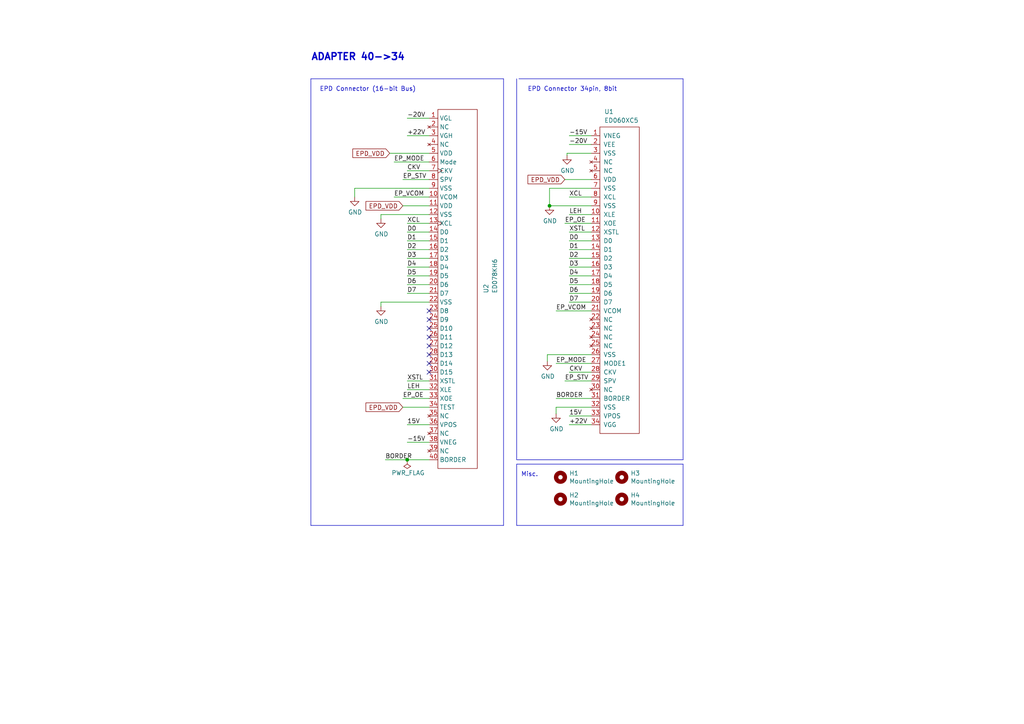
<source format=kicad_sch>
(kicad_sch (version 20230121) (generator eeschema)
  (paper "A4")
  (title_block (title "33 pin 097 to 34 pin 060 adapter") (date "2023-10-21") (rev "1.0") (company "FASANI CORP."))
  (lib_symbols
    (symbol "Mechanical:MountingHole" (pin_names (offset 1.016))
      (property "Reference" "H" (at 0 5.08 0))
      (property "Value" "MountingHole" (at 0 3.175 0))
      (symbol "MountingHole_0_1"
        (circle (center 0 0) (radius 1.27) (stroke (width 1.27)))
      )
    )
    (symbol "epd_breakout:ED060XC5" (pin_names (offset 1.016))
      (property "Reference" "U" (at 1.27 46.99 0))
      (property "Value" "ED060XC5" (at 3.81 49.53 0))
      (symbol "ED060XC5_0_1"
        (rectangle (start 13.97 -44.45) (end 2.54 44.45))
      )
      (symbol "ED060XC5_1_1"
        (pin power_in line (at 0 41.91 0) (length 2.54) (name "VNEG") (number "1"))
        (pin input line (at 0 19.05 0) (length 2.54) (name "XLE") (number "10"))
        (pin input line (at 0 16.51 0) (length 2.54) (name "XOE") (number "11"))
        (pin input line (at 0 13.97 0) (length 2.54) (name "XSTL") (number "12"))
        (pin input line (at 0 11.43 0) (length 2.54) (name "D0") (number "13"))
        (pin input line (at 0 8.89 0) (length 2.54) (name "D1") (number "14"))
        (pin input line (at 0 6.35 0) (length 2.54) (name "D2") (number "15"))
        (pin input line (at 0 3.81 0) (length 2.54) (name "D3") (number "16"))
        (pin input line (at 0 1.27 0) (length 2.54) (name "D4") (number "17"))
        (pin input line (at 0 -1.27 0) (length 2.54) (name "D5") (number "18"))
        (pin input line (at 0 -3.81 0) (length 2.54) (name "D6") (number "19"))
        (pin power_in line (at 0 39.37 0) (length 2.54) (name "VEE") (number "2"))
        (pin input line (at 0 -6.35 0) (length 2.54) (name "D7") (number "20"))
        (pin power_in line (at 0 -8.89 0) (length 2.54) (name "VCOM") (number "21"))
        (pin no_connect line (at 0 -11.43 0) (length 2.54) (name "NC") (number "22"))
        (pin no_connect line (at 0 -13.97 0) (length 2.54) (name "NC") (number "23"))
        (pin no_connect line (at 0 -16.51 0) (length 2.54) (name "NC") (number "24"))
        (pin no_connect line (at 0 -19.05 0) (length 2.54) (name "NC") (number "25"))
        (pin power_in line (at 0 -21.59 0) (length 2.54) (name "VSS") (number "26"))
        (pin input line (at 0 -24.13 0) (length 2.54) (name "MODE1") (number "27"))
        (pin input line (at 0 -26.67 0) (length 2.54) (name "CKV") (number "28"))
        (pin input line (at 0 -29.21 0) (length 2.54) (name "SPV") (number "29"))
        (pin power_in line (at 0 36.83 0) (length 2.54) (name "VSS") (number "3"))
        (pin no_connect line (at 0 -31.75 0) (length 2.54) (name "NC") (number "30"))
        (pin power_in line (at 0 -34.29 0) (length 2.54) (name "BORDER") (number "31"))
        (pin power_in line (at 0 -36.83 0) (length 2.54) (name "VSS") (number "32"))
        (pin power_in line (at 0 -39.37 0) (length 2.54) (name "VPOS") (number "33"))
        (pin power_in line (at 0 -41.91 0) (length 2.54) (name "VGG") (number "34"))
        (pin no_connect line (at 0 34.29 0) (length 2.54) (name "NC") (number "4"))
        (pin no_connect line (at 0 31.75 0) (length 2.54) (name "NC") (number "5"))
        (pin power_in line (at 0 29.21 0) (length 2.54) (name "VDD") (number "6"))
        (pin power_in line (at 0 26.67 0) (length 2.54) (name "VSS") (number "7"))
        (pin input line (at 0 24.13 0) (length 2.54) (name "XCL") (number "8"))
        (pin power_in line (at 0 21.59 0) (length 2.54) (name "VSS") (number "9"))
      )
    )
    (symbol "epdiy:ED078KH6"
      (property "Reference" "U" (at 5.08 -104.14 0))
      (property "Value" "ED078KH6" (at 7.62 3.81 0))
      (symbol "ED078KH6_0_0"
        (pin power_in line (at 0 0 0) (length 2.54) (name "VGL") (number "1"))
        (pin power_in line (at 0 -22.86 0) (length 2.54) (name "VCOM") (number "10"))
        (pin power_in line (at 0 -25.4 0) (length 2.54) (name "VDD") (number "11"))
        (pin power_in line (at 0 -27.94 0) (length 2.54) (name "VSS") (number "12"))
        (pin input clock (at 0 -30.48 0) (length 2.54) (name "XCL") (number "13"))
        (pin input line (at 0 -33.02 0) (length 2.54) (name "D0") (number "14"))
        (pin input line (at 0 -35.56 0) (length 2.54) (name "D1") (number "15"))
        (pin input line (at 0 -38.1 0) (length 2.54) (name "D2") (number "16"))
        (pin input line (at 0 -40.64 0) (length 2.54) (name "D3") (number "17"))
        (pin input line (at 0 -43.18 0) (length 2.54) (name "D4") (number "18"))
        (pin input line (at 0 -45.72 0) (length 2.54) (name "D5") (number "19"))
        (pin no_connect line (at 0 -2.54 0) (length 2.54) (name "NC") (number "2"))
        (pin input line (at 0 -48.26 0) (length 2.54) (name "D6") (number "20"))
        (pin input line (at 0 -50.8 0) (length 2.54) (name "D7") (number "21"))
        (pin power_in line (at 0 -53.34 0) (length 2.54) (name "VSS") (number "22"))
        (pin input line (at 0 -55.88 0) (length 2.54) (name "D8") (number "23"))
        (pin input line (at 0 -58.42 0) (length 2.54) (name "D9") (number "24"))
        (pin input line (at 0 -60.96 0) (length 2.54) (name "D10") (number "25"))
        (pin input line (at 0 -63.5 0) (length 2.54) (name "D11") (number "26"))
        (pin input line (at 0 -66.04 0) (length 2.54) (name "D12") (number "27"))
        (pin input line (at 0 -68.58 0) (length 2.54) (name "D13") (number "28"))
        (pin input line (at 0 -71.12 0) (length 2.54) (name "D14") (number "29"))
        (pin power_in line (at 0 -5.08 0) (length 2.54) (name "VGH") (number "3"))
        (pin input line (at 0 -73.66 0) (length 2.54) (name "D15") (number "30"))
        (pin input line (at 0 -76.2 0) (length 2.54) (name "XSTL") (number "31"))
        (pin input line (at 0 -78.74 0) (length 2.54) (name "XLE") (number "32"))
        (pin input line (at 0 -81.28 0) (length 2.54) (name "XOE") (number "33"))
        (pin input line (at 0 -83.82 0) (length 2.54) (name "TEST") (number "34"))
        (pin no_connect line (at 0 -86.36 0) (length 2.54) (name "NC") (number "35"))
        (pin power_in line (at 0 -88.9 0) (length 2.54) (name "VPOS") (number "36"))
        (pin no_connect line (at 0 -91.44 0) (length 2.54) (name "NC") (number "37"))
        (pin power_in line (at 0 -93.98 0) (length 2.54) (name "VNEG") (number "38"))
        (pin no_connect line (at 0 -96.52 0) (length 2.54) (name "NC") (number "39"))
        (pin no_connect line (at 0 -7.62 0) (length 2.54) (name "NC") (number "4"))
        (pin power_in line (at 0 -99.06 0) (length 2.54) (name "BORDER") (number "40"))
        (pin power_in line (at 0 -10.16 0) (length 2.54) (name "VDD") (number "5"))
        (pin input line (at 0 -12.7 0) (length 2.54) (name "Mode") (number "6"))
        (pin input clock (at 0 -15.24 0) (length 2.54) (name "CKV") (number "7"))
        (pin input line (at 0 -17.78 0) (length 2.54) (name "SPV") (number "8"))
        (pin power_in line (at 0 -20.32 0) (length 2.54) (name "VSS") (number "9"))
      )
      (symbol "ED078KH6_0_1"
        (rectangle (start 2.54 2.54) (end 13.97 -101.6) (stroke (width 0.1524)))
      )
    )
    (symbol "power:GND" (power) (pin_names (offset 0))
      (property "Value" "GND" (at 0 -3.81 0))
      (symbol "GND_0_1"
        (polyline (pts (xy 0 0) (xy 0 -1.27) (xy 1.27 -1.27) (xy 0 -2.54) (xy -1.27 -1.27) (xy 0 -1.27)))
      )
      (symbol "GND_1_1"
        (pin power_in line (at 0 0 270) (length 0) hide (name "GND") (number "1"))
      )
    )
    (symbol "power:PWR_FLAG" (power) (pin_numbers hide) (pin_names (offset 0) hide)
      (property "Value" "PWR_FLAG" (at 0 3.81 0))
      (symbol "PWR_FLAG_0_0"
        (pin power_out line (at 0 0 90) (length 0) (name "pwr") (number "1"))
      )
      (symbol "PWR_FLAG_0_1"
        (polyline (pts (xy 0 0) (xy 0 1.27) (xy -1.016 1.905) (xy 0 2.54) (xy 1.016 1.905) (xy 0 1.27)))
      )
    )
  )
  (junction (at 159.385 59.69))
  (junction (at 118.11 133.35))
  (no_connect (at 124.46 100.33))
  (no_connect (at 124.46 107.95))
  (no_connect (at 124.46 90.17))
  (no_connect (at 124.46 97.79))
  (no_connect (at 124.46 102.87))
  (no_connect (at 124.46 105.41))
  (no_connect (at 124.46 95.25))
  (no_connect (at 124.46 92.71))
  (wire (pts (xy 110.49 62.23) (xy 124.46 62.23)))
  (wire (pts (xy 165.1 69.85) (xy 171.45 69.85)))
  (wire (pts (xy 102.87 54.61) (xy 102.87 57.15)))
  (wire (pts (xy 124.46 128.27) (xy 118.11 128.27)))
  (wire (pts (xy 165.1 77.47) (xy 171.45 77.47)))
  (wire (pts (xy 118.11 49.53) (xy 124.46 49.53)))
  (wire (pts (xy 171.45 44.45) (xy 164.465 44.45)))
  (wire (pts (xy 118.11 82.55) (xy 124.46 82.55)))
  (wire (pts (xy 171.45 102.87) (xy 158.75 102.87)))
  (polyline (pts (xy 198.12 22.86) (xy 198.12 133.35)))
  (wire (pts (xy 165.1 72.39) (xy 171.45 72.39)))
  (wire (pts (xy 165.1 85.09) (xy 171.45 85.09)))
  (polyline (pts (xy 90.17 152.4) (xy 90.17 22.86)))
  (wire (pts (xy 165.1 107.95) (xy 171.45 107.95)))
  (wire (pts (xy 116.84 118.11) (xy 124.46 118.11)))
  (wire (pts (xy 118.11 123.19) (xy 124.46 123.19)))
  (polyline (pts (xy 149.86 22.86) (xy 149.86 133.35)))
  (polyline (pts (xy 198.12 152.4) (xy 149.86 152.4)))
  (wire (pts (xy 118.11 64.77) (xy 124.46 64.77)))
  (polyline (pts (xy 146.05 22.86) (xy 146.05 152.4)))
  (polyline (pts (xy 198.12 133.35) (xy 149.86 133.35)))
  (wire (pts (xy 118.11 67.31) (xy 124.46 67.31)))
  (wire (pts (xy 113.03 44.45) (xy 124.46 44.45)))
  (wire (pts (xy 163.83 52.07) (xy 171.45 52.07)))
  (wire (pts (xy 161.29 118.11) (xy 161.29 120.015)))
  (wire (pts (xy 165.1 80.01) (xy 171.45 80.01)))
  (polyline (pts (xy 150.495 22.86) (xy 198.12 22.86)))
  (wire (pts (xy 161.29 90.17) (xy 171.45 90.17)))
  (wire (pts (xy 161.29 115.57) (xy 171.45 115.57)))
  (wire (pts (xy 118.11 85.09) (xy 124.46 85.09)))
  (polyline (pts (xy 90.17 22.86) (xy 146.05 22.86)))
  (wire (pts (xy 111.76 133.35) (xy 118.11 133.35)))
  (wire (pts (xy 165.1 87.63) (xy 171.45 87.63)))
  (wire (pts (xy 118.11 113.03) (xy 124.46 113.03)))
  (wire (pts (xy 165.1 120.65) (xy 171.45 120.65)))
  (wire (pts (xy 165.1 57.15) (xy 171.45 57.15)))
  (wire (pts (xy 118.11 77.47) (xy 124.46 77.47)))
  (wire (pts (xy 102.87 54.61) (xy 124.46 54.61)))
  (wire (pts (xy 110.49 87.63) (xy 124.46 87.63)))
  (wire (pts (xy 163.83 64.77) (xy 171.45 64.77)))
  (wire (pts (xy 164.465 44.45) (xy 164.465 45.085)))
  (wire (pts (xy 158.75 102.87) (xy 158.75 104.775)))
  (wire (pts (xy 165.1 62.23) (xy 171.45 62.23)))
  (wire (pts (xy 114.3 57.15) (xy 124.46 57.15)))
  (polyline (pts (xy 149.86 134.62) (xy 149.86 152.4)))
  (wire (pts (xy 110.49 63.5) (xy 110.49 62.23)))
  (wire (pts (xy 118.11 110.49) (xy 124.46 110.49)))
  (wire (pts (xy 118.11 72.39) (xy 124.46 72.39)))
  (wire (pts (xy 163.83 110.49) (xy 171.45 110.49)))
  (wire (pts (xy 165.1 67.31) (xy 171.45 67.31)))
  (wire (pts (xy 165.1 82.55) (xy 171.45 82.55)))
  (wire (pts (xy 165.1 41.91) (xy 171.45 41.91)))
  (wire (pts (xy 118.11 133.35) (xy 124.46 133.35)))
  (wire (pts (xy 171.45 118.11) (xy 161.29 118.11)))
  (wire (pts (xy 171.45 39.37) (xy 165.1 39.37)))
  (polyline (pts (xy 149.86 134.62) (xy 198.12 134.62)))
  (wire (pts (xy 159.385 59.69) (xy 159.385 54.61)))
  (wire (pts (xy 116.84 115.57) (xy 124.46 115.57)))
  (wire (pts (xy 116.84 59.69) (xy 124.46 59.69)))
  (wire (pts (xy 161.29 105.41) (xy 171.45 105.41)))
  (wire (pts (xy 118.11 39.37) (xy 124.46 39.37)))
  (wire (pts (xy 114.3 46.99) (xy 124.46 46.99)))
  (wire (pts (xy 118.11 80.01) (xy 124.46 80.01)))
  (wire (pts (xy 118.11 69.85) (xy 124.46 69.85)))
  (wire (pts (xy 110.49 88.9) (xy 110.49 87.63)))
  (wire (pts (xy 118.11 74.93) (xy 124.46 74.93)))
  (wire (pts (xy 159.385 59.69) (xy 171.45 59.69)))
  (wire (pts (xy 118.11 34.29) (xy 124.46 34.29)))
  (wire (pts (xy 165.1 74.93) (xy 171.45 74.93)))
  (wire (pts (xy 165.1 123.19) (xy 171.45 123.19)))
  (wire (pts (xy 116.84 52.07) (xy 124.46 52.07)))
  (polyline (pts (xy 146.05 152.4) (xy 90.17 152.4)))
  (polyline (pts (xy 198.12 134.62) (xy 198.12 152.4)))
  (wire (pts (xy 159.385 54.61) (xy 171.45 54.61)))
  (text "Misc." (at 151.13 138.43 0) (effects (font (size 1.27 1.27)) (justify left bottom)))
  (text "EPD Connector 34pin, 8bit" (at 153.035 26.67 0) (effects (font (size 1.27 1.27)) (justify left bottom)))
  (text "ADAPTER 40->34" (at 90.17 17.78 0) (effects (font (size 2 2) (thickness 0.4) bold) (justify left bottom)))
  (text "EPD Connector (16-bit Bus)" (at 92.71 26.67 0) (effects (font (size 1.27 1.27)) (justify left bottom)))
  (label "D2" (at 118.11 72.39 0))
  (label "D6" (at 165.1 85.09 0))
  (label "EP_MODE" (at 161.29 105.41 0))
  (label "+22V" (at 118.11 39.37 0))
  (label "EP_MODE" (at 114.3 46.99 0))
  (label "D4" (at 165.1 80.01 0))
  (label "BORDER" (at 111.76 133.35 0))
  (label "XSTL" (at 118.11 110.49 0))
  (label "-15V" (at 165.1 39.37 0))
  (label "D0" (at 118.11 67.31 0))
  (label "15V" (at 165.1 120.65 0))
  (label "D5" (at 118.11 80.01 0))
  (label "D7" (at 118.11 85.09 0))
  (label "XCL" (at 118.11 64.77 0))
  (label "LEH" (at 165.1 62.23 0))
  (label "EP_STV" (at 163.83 110.49 0))
  (label "-20V" (at 165.1 41.91 0))
  (label "EP_OE" (at 116.84 115.57 0))
  (label "XSTL" (at 165.1 67.31 0))
  (label "+22V" (at 165.1 123.19 0))
  (label "XCL" (at 165.1 57.15 0))
  (label "LEH" (at 118.11 113.03 0))
  (label "EP_OE" (at 163.83 64.77 0))
  (label "D7" (at 165.1 87.63 0))
  (label "D3" (at 118.11 74.93 0))
  (label "EP_STV" (at 116.84 52.07 0))
  (label "D6" (at 118.11 82.55 0))
  (label "D0" (at 165.1 69.85 0))
  (label "CKV" (at 165.1 107.95 0))
  (label "CKV" (at 118.11 49.53 0))
  (label "D4" (at 118.11 77.47 0))
  (label "D2" (at 165.1 74.93 0))
  (label "-15V" (at 118.11 128.27 0))
  (label "15V" (at 118.11 123.19 0))
  (label "D1" (at 118.11 69.85 0))
  (label "BORDER" (at 161.29 115.57 0))
  (label "EP_VCOM" (at 114.3 57.15 0))
  (label "D5" (at 165.1 82.55 0))
  (label "EP_VCOM" (at 161.29 90.17 0))
  (label "-20V" (at 118.11 34.29 0))
  (label "D3" (at 165.1 77.47 0))
  (label "D1" (at 165.1 72.39 0))
  (global_label "EPD_VDD" (shape input) (at 116.84 59.69 180) (property "Intersheetrefs" "${INTERSHEET_REFS}" (effects hide)) (property "Referenzen zwischen Schaltplänen" "${INTERSHEET_REFS}" (effects hide)))
  (global_label "EPD_VDD" (shape input) (at 113.03 44.45 180) (property "Intersheetrefs" "${INTERSHEET_REFS}" (effects hide)) (property "Referenzen zwischen Schaltplänen" "${INTERSHEET_REFS}" (effects hide)))
  (global_label "EPD_VDD" (shape input) (at 163.83 52.07 180) (property "Intersheetrefs" "${INTERSHEET_REFS}" (effects hide)) (property "Referenzen zwischen Schaltplänen" "${INTERSHEET_REFS}" (effects hide)))
  (global_label "EPD_VDD" (shape input) (at 116.84 118.11 180) (property "Intersheetrefs" "${INTERSHEET_REFS}" (effects hide)) (property "Referenzen zwischen Schaltplänen" "${INTERSHEET_REFS}" (effects hide)))
  (symbol (lib_id "power:GND") (at 110.49 63.5 0) (unit 1)
    (property "Reference" "#PWR06" (effects hide))
    (property "Value" "GND" (at 110.617 67.8942 0))
  )
  (symbol (lib_id "power:GND") (at 158.75 104.775 0) (unit 1)
    (property "Reference" "#PWR02" (effects hide))
    (property "Value" "GND" (at 158.877 109.1692 0))
  )
  (symbol (lib_id "power:PWR_FLAG") (at 118.11 133.35 180) (unit 1)
    (property "Reference" "#U01" (effects hide))
    (property "Value" "PWR_FLAG" (at 123.19 137.16 0) (effects (justify left)))
  )
  (symbol (lib_id "power:GND") (at 161.29 120.015 0) (unit 1)
    (property "Reference" "#PWR04" (effects hide))
    (property "Value" "GND" (at 161.417 124.4092 0))
  )
  (symbol (lib_id "Mechanical:MountingHole") (at 162.56 144.78 0) (unit 1) (in_bom no)
    (property "Reference" "H2" (at 165.1 143.6116 0) (effects (justify left)))
    (property "Value" "MountingHole" (at 165.1 145.923 0) (effects (justify left)))
    (property "Footprint" "MountingHole:MountingHole_2.2mm_M2" (effects hide))
  )
  (symbol (lib_id "power:GND") (at 110.49 88.9 0) (unit 1)
    (property "Reference" "#PWR07" (effects hide))
    (property "Value" "GND" (at 110.617 93.2942 0))
  )
  (symbol (lib_id "power:GND") (at 102.87 57.15 0) (unit 1)
    (property "Reference" "#PWR01" (effects hide))
    (property "Value" "GND" (at 102.997 61.5442 0))
  )
  (symbol (lib_id "epd_breakout:ED060XC5") (at 171.45 81.28 0) (unit 1)
    (property "Reference" "U1" (at 175.26 32.385 0) (effects (justify left)))
    (property "Value" "ED060XC5" (at 175.26 34.9219 0) (effects (justify left)))
    (property "Footprint" "epaper-breakout:X05A20H34G" (effects hide))
    (property "Datasheet" "http://www.universaldisplay.asia/wp-content/uploads/2012/10/ED060XC5.pdf, https://datasheet.lcsc.com/szlcsc/2005221833_XKB-Connectivity-X05A20H34G_C528053.pdf" (effects hide))
    (property "LCSC" "C528053" (effects hide))
  )
  (symbol (lib_id "epdiy:ED078KH6") (at 124.46 34.29 0) (unit 1)
    (property "Reference" "U2" (at 140.9731 85.09 90) (effects (justify left)))
    (property "Value" "ED078KH6" (at 143.51 85.09 90) (effects (justify left)))
    (property "Footprint" "footprints:FH1240S05SH55" (effects hide))
    (property "LCSC" "C202114" (effects hide))
  )
  (symbol (lib_id "power:GND") (at 159.385 59.69 0) (unit 1)
    (property "Reference" "#PWR03" (effects hide))
    (property "Value" "GND" (at 159.512 64.0842 0))
  )
  (symbol (lib_id "power:GND") (at 164.465 45.085 0) (unit 1)
    (property "Reference" "#PWR05" (effects hide))
    (property "Value" "GND" (at 164.592 49.4792 0))
  )
  (symbol (lib_id "Mechanical:MountingHole") (at 180.34 144.78 0) (unit 1) (in_bom no)
    (property "Reference" "H4" (at 182.88 143.6116 0) (effects (justify left)))
    (property "Value" "MountingHole" (at 182.88 145.923 0) (effects (justify left)))
    (property "Footprint" "MountingHole:MountingHole_2.2mm_M2" (effects hide))
  )
  (symbol (lib_id "Mechanical:MountingHole") (at 180.34 138.43 0) (unit 1) (in_bom no)
    (property "Reference" "H3" (at 182.88 137.2616 0) (effects (justify left)))
    (property "Value" "MountingHole" (at 182.88 139.573 0) (effects (justify left)))
    (property "Footprint" "MountingHole:MountingHole_2.2mm_M2" (effects hide))
  )
  (symbol (lib_id "Mechanical:MountingHole") (at 162.56 138.43 0) (unit 1) (in_bom no)
    (property "Reference" "H1" (at 165.1 137.2616 0) (effects (justify left)))
    (property "Value" "MountingHole" (at 165.1 139.573 0) (effects (justify left)))
    (property "Footprint" "MountingHole:MountingHole_2.2mm_M2" (effects hide))
  )
)
</source>
